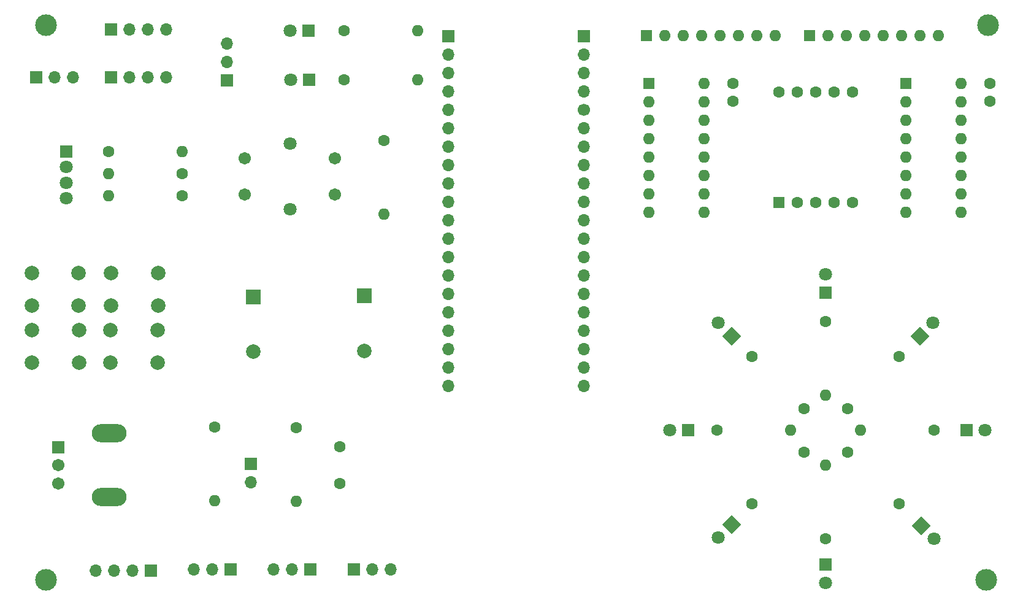
<source format=gbr>
%TF.GenerationSoftware,KiCad,Pcbnew,7.0.5*%
%TF.CreationDate,2024-09-14T15:13:57-07:00*%
%TF.ProjectId,advent_calendar,61647665-6e74-45f6-9361-6c656e646172,rev?*%
%TF.SameCoordinates,Original*%
%TF.FileFunction,Soldermask,Top*%
%TF.FilePolarity,Negative*%
%FSLAX46Y46*%
G04 Gerber Fmt 4.6, Leading zero omitted, Abs format (unit mm)*
G04 Created by KiCad (PCBNEW 7.0.5) date 2024-09-14 15:13:57*
%MOMM*%
%LPD*%
G01*
G04 APERTURE LIST*
G04 Aperture macros list*
%AMRoundRect*
0 Rectangle with rounded corners*
0 $1 Rounding radius*
0 $2 $3 $4 $5 $6 $7 $8 $9 X,Y pos of 4 corners*
0 Add a 4 corners polygon primitive as box body*
4,1,4,$2,$3,$4,$5,$6,$7,$8,$9,$2,$3,0*
0 Add four circle primitives for the rounded corners*
1,1,$1+$1,$2,$3*
1,1,$1+$1,$4,$5*
1,1,$1+$1,$6,$7*
1,1,$1+$1,$8,$9*
0 Add four rect primitives between the rounded corners*
20,1,$1+$1,$2,$3,$4,$5,0*
20,1,$1+$1,$4,$5,$6,$7,0*
20,1,$1+$1,$6,$7,$8,$9,0*
20,1,$1+$1,$8,$9,$2,$3,0*%
%AMHorizOval*
0 Thick line with rounded ends*
0 $1 width*
0 $2 $3 position (X,Y) of the first rounded end (center of the circle)*
0 $4 $5 position (X,Y) of the second rounded end (center of the circle)*
0 Add line between two ends*
20,1,$1,$2,$3,$4,$5,0*
0 Add two circle primitives to create the rounded ends*
1,1,$1,$2,$3*
1,1,$1,$4,$5*%
%AMRotRect*
0 Rectangle, with rotation*
0 The origin of the aperture is its center*
0 $1 length*
0 $2 width*
0 $3 Rotation angle, in degrees counterclockwise*
0 Add horizontal line*
21,1,$1,$2,0,0,$3*%
G04 Aperture macros list end*
%ADD10C,1.707896*%
%ADD11C,1.799996*%
%ADD12R,1.800000X1.800000*%
%ADD13C,1.800000*%
%ADD14C,1.600000*%
%ADD15HorizOval,1.600000X0.000000X0.000000X0.000000X0.000000X0*%
%ADD16RotRect,1.800000X1.800000X45.000000*%
%ADD17R,2.000000X2.000000*%
%ADD18C,2.000000*%
%ADD19O,1.600000X1.600000*%
%ADD20R,1.600000X1.600000*%
%ADD21R,1.700000X1.700000*%
%ADD22O,1.700000X1.700000*%
%ADD23HorizOval,1.600000X0.000000X0.000000X0.000000X0.000000X0*%
%ADD24C,3.000000*%
%ADD25HorizOval,1.600000X0.000000X0.000000X0.000000X0.000000X0*%
%ADD26RotRect,1.800000X1.800000X315.000000*%
%ADD27HorizOval,1.600000X0.000000X0.000000X0.000000X0.000000X0*%
%ADD28RotRect,1.800000X1.800000X225.000000*%
%ADD29RoundRect,0.102000X-0.754000X0.754000X-0.754000X-0.754000X0.754000X-0.754000X0.754000X0.754000X0*%
%ADD30C,1.712000*%
%ADD31O,4.804000X2.504000*%
%ADD32HorizOval,1.700000X0.000000X0.000000X0.000000X0.000000X0*%
%ADD33RotRect,1.800000X1.800000X135.000000*%
G04 APERTURE END LIST*
D10*
%TO.C,SW1*%
X121900000Y-64851901D03*
X121900000Y-69851901D03*
X134400000Y-69851901D03*
X134400000Y-64851901D03*
D11*
X128150000Y-62851901D03*
X128150000Y-71851901D03*
%TD*%
D12*
%TO.C,D9*%
X130790000Y-54000000D03*
D13*
X128250000Y-54000000D03*
%TD*%
D14*
%TO.C,R6*%
X191925394Y-112560205D03*
D15*
X199109599Y-105376000D03*
%TD*%
D16*
%TO.C,D2*%
X215109599Y-89376000D03*
D13*
X216905650Y-87579949D03*
%TD*%
D17*
%TO.C,BZ2*%
X123063000Y-83957000D03*
D18*
X123063000Y-91557000D03*
%TD*%
D19*
%TO.C,RN2*%
X217680000Y-47900000D03*
X215140000Y-47900000D03*
X212600000Y-47900000D03*
X210060000Y-47900000D03*
X207520000Y-47900000D03*
X204980000Y-47900000D03*
X202440000Y-47900000D03*
D20*
X199900000Y-47900000D03*
%TD*%
D14*
%TO.C,R11*%
X103090000Y-63881000D03*
D19*
X113250000Y-63881000D03*
%TD*%
D20*
%TO.C,U5*%
X195693705Y-70946196D03*
D14*
X198233705Y-70946196D03*
X200773705Y-70946196D03*
X203313705Y-70946196D03*
X205853705Y-70946196D03*
X205853705Y-55706196D03*
X203313705Y-55706196D03*
X200773705Y-55706196D03*
X198233705Y-55706196D03*
X195693705Y-55706196D03*
%TD*%
%TO.C,R7*%
X187109599Y-102376000D03*
D19*
X197269599Y-102376000D03*
%TD*%
D14*
%TO.C,R17*%
X117800000Y-101962000D03*
D19*
X117800000Y-112122000D03*
%TD*%
D21*
%TO.C,J9*%
X103480000Y-47100000D03*
D22*
X106020000Y-47100000D03*
X108560000Y-47100000D03*
X111100000Y-47100000D03*
%TD*%
D18*
%TO.C,SW2*%
X92500000Y-80645000D03*
X99000000Y-80645000D03*
X92500000Y-85145000D03*
X99000000Y-85145000D03*
%TD*%
D12*
%TO.C,D1*%
X202109599Y-83376000D03*
D13*
X202109599Y-80836000D03*
%TD*%
D14*
%TO.C,R4*%
X212293804Y-112560205D03*
D23*
X205109599Y-105376000D03*
%TD*%
D12*
%TO.C,D10*%
X130750000Y-47250000D03*
D13*
X128210000Y-47250000D03*
%TD*%
D24*
%TO.C,H3*%
X94500000Y-123000000D03*
%TD*%
D21*
%TO.C,J3*%
X109000000Y-121750000D03*
D22*
X106460000Y-121750000D03*
X103920000Y-121750000D03*
X101380000Y-121750000D03*
%TD*%
D14*
%TO.C,R12*%
X113250000Y-66929000D03*
D19*
X103090000Y-66929000D03*
%TD*%
D21*
%TO.C,J1*%
X150000000Y-48000000D03*
D22*
X150000000Y-50540000D03*
X150000000Y-53080000D03*
X150000000Y-55620000D03*
X150000000Y-58160000D03*
X150000000Y-60700000D03*
X150000000Y-63240000D03*
X150000000Y-65780000D03*
X150000000Y-68320000D03*
X150000000Y-70860000D03*
X150000000Y-73400000D03*
X150000000Y-75940000D03*
X150000000Y-78480000D03*
X150000000Y-81020000D03*
X150000000Y-83560000D03*
X150000000Y-86100000D03*
X150000000Y-88640000D03*
X150000000Y-91180000D03*
X150000000Y-93720000D03*
X150000000Y-96260000D03*
%TD*%
%TO.C,J8*%
X98200000Y-53700000D03*
X95660000Y-53700000D03*
D21*
X93120000Y-53700000D03*
%TD*%
D19*
%TO.C,RN1*%
X195140000Y-47900000D03*
X192600000Y-47900000D03*
X190060000Y-47900000D03*
X187520000Y-47900000D03*
X184980000Y-47900000D03*
X182440000Y-47900000D03*
X179900000Y-47900000D03*
D20*
X177360000Y-47900000D03*
%TD*%
D19*
%TO.C,R10*%
X145830000Y-47250000D03*
D14*
X135670000Y-47250000D03*
%TD*%
D21*
%TO.C,J5*%
X136950000Y-121600000D03*
D22*
X139490000Y-121600000D03*
X142030000Y-121600000D03*
%TD*%
D14*
%TO.C,R8*%
X191925394Y-92191795D03*
D25*
X199109599Y-99376000D03*
%TD*%
D22*
%TO.C,TH1*%
X122800000Y-109582000D03*
D21*
X122800000Y-107042000D03*
%TD*%
D26*
%TO.C,D4*%
X215313548Y-115579949D03*
D13*
X217109599Y-117376000D03*
%TD*%
D14*
%TO.C,C1*%
X189323000Y-54510000D03*
X189323000Y-57010000D03*
%TD*%
D21*
%TO.C,J6*%
X103480000Y-53700000D03*
D22*
X106020000Y-53700000D03*
X108560000Y-53700000D03*
X111100000Y-53700000D03*
%TD*%
D21*
%TO.C,J4*%
X131000000Y-121600000D03*
D22*
X128460000Y-121600000D03*
X125920000Y-121600000D03*
%TD*%
D19*
%TO.C,U1*%
X185323000Y-54510000D03*
X185323000Y-57050000D03*
X185323000Y-59590000D03*
X185323000Y-62130000D03*
X185323000Y-64670000D03*
X185323000Y-67210000D03*
X185323000Y-69750000D03*
X185323000Y-72290000D03*
X177703000Y-72290000D03*
X177703000Y-69750000D03*
X177703000Y-67210000D03*
X177703000Y-64670000D03*
X177703000Y-62130000D03*
X177703000Y-59590000D03*
X177703000Y-57050000D03*
D20*
X177703000Y-54510000D03*
%TD*%
D14*
%TO.C,R2*%
X212293804Y-92191795D03*
D27*
X205109599Y-99376000D03*
%TD*%
D12*
%TO.C,D7*%
X183109599Y-102376000D03*
D13*
X180569599Y-102376000D03*
%TD*%
D14*
%TO.C,R13*%
X113250000Y-69977000D03*
D19*
X103090000Y-69977000D03*
%TD*%
D14*
%TO.C,R5*%
X202109599Y-117376000D03*
D19*
X202109599Y-107216000D03*
%TD*%
D18*
%TO.C,SW5*%
X109870000Y-93055000D03*
X103370000Y-93055000D03*
X109870000Y-88555000D03*
X103370000Y-88555000D03*
%TD*%
D28*
%TO.C,D6*%
X189109599Y-115376000D03*
D13*
X187313548Y-117172051D03*
%TD*%
D24*
%TO.C,H4*%
X224250000Y-123000000D03*
%TD*%
%TO.C,H1*%
X94500000Y-46500000D03*
%TD*%
D21*
%TO.C,SW6*%
X119500000Y-54102000D03*
D22*
X119500000Y-51562000D03*
X119500000Y-49022000D03*
%TD*%
D19*
%TO.C,U2*%
X220823705Y-54510000D03*
X220823705Y-57050000D03*
X220823705Y-59590000D03*
X220823705Y-62130000D03*
X220823705Y-64670000D03*
X220823705Y-67210000D03*
X220823705Y-69750000D03*
X220823705Y-72290000D03*
X213203705Y-72290000D03*
X213203705Y-69750000D03*
X213203705Y-67210000D03*
X213203705Y-64670000D03*
X213203705Y-62130000D03*
X213203705Y-59590000D03*
X213203705Y-57050000D03*
D20*
X213203705Y-54510000D03*
%TD*%
D29*
%TO.C,R18*%
X96200000Y-104700000D03*
D30*
X96200000Y-107200000D03*
X96200000Y-109700000D03*
D31*
X103200000Y-102800000D03*
X103200000Y-111600000D03*
%TD*%
D17*
%TO.C,BZ1*%
X138430000Y-83830000D03*
D18*
X138430000Y-91430000D03*
%TD*%
D14*
%TO.C,R16*%
X129031000Y-102042000D03*
D19*
X129031000Y-112202000D03*
%TD*%
D14*
%TO.C,R14*%
X141097000Y-62357000D03*
D19*
X141097000Y-72517000D03*
%TD*%
D21*
%TO.C,J7*%
X120000000Y-121600000D03*
D22*
X117460000Y-121600000D03*
X114920000Y-121600000D03*
%TD*%
D12*
%TO.C,D3*%
X221569599Y-102376000D03*
D13*
X224109599Y-102376000D03*
%TD*%
D14*
%TO.C,R1*%
X202110000Y-87400000D03*
D19*
X202110000Y-97560000D03*
%TD*%
D14*
%TO.C,R3*%
X217109599Y-102376000D03*
D19*
X206949599Y-102376000D03*
%TD*%
D12*
%TO.C,D5*%
X202110000Y-120900000D03*
D13*
X202110000Y-123440000D03*
%TD*%
D14*
%TO.C,R9*%
X135670000Y-54000000D03*
D19*
X145830000Y-54000000D03*
%TD*%
D18*
%TO.C,SW4*%
X99075000Y-93055000D03*
X92575000Y-93055000D03*
X99075000Y-88555000D03*
X92575000Y-88555000D03*
%TD*%
D14*
%TO.C,R15*%
X135000000Y-104648000D03*
X135000000Y-109728000D03*
%TD*%
D21*
%TO.C,J2*%
X168780000Y-48000000D03*
D22*
X168780000Y-50540000D03*
X168780000Y-53080000D03*
X168780000Y-55620000D03*
D32*
X168780000Y-58160000D03*
D22*
X168780000Y-60700000D03*
X168780000Y-63240000D03*
X168780000Y-65780000D03*
X168780000Y-68320000D03*
X168780000Y-70860000D03*
X168780000Y-73400000D03*
X168780000Y-75940000D03*
X168780000Y-78480000D03*
X168780000Y-81020000D03*
X168780000Y-83560000D03*
X168780000Y-86100000D03*
X168780000Y-88640000D03*
X168780000Y-91180000D03*
X168780000Y-93720000D03*
X168780000Y-96260000D03*
%TD*%
D33*
%TO.C,D8*%
X189109599Y-89376000D03*
D13*
X187313548Y-87579949D03*
%TD*%
D18*
%TO.C,SW3*%
X103500000Y-80645000D03*
X110000000Y-80645000D03*
X103500000Y-85145000D03*
X110000000Y-85145000D03*
%TD*%
D24*
%TO.C,H2*%
X224500000Y-46500000D03*
%TD*%
D12*
%TO.C,D11*%
X97248000Y-63881000D03*
D13*
X97248000Y-66040000D03*
X97248000Y-68199000D03*
X97248000Y-70358000D03*
%TD*%
D14*
%TO.C,C2*%
X224823705Y-54510000D03*
X224823705Y-57010000D03*
%TD*%
M02*

</source>
